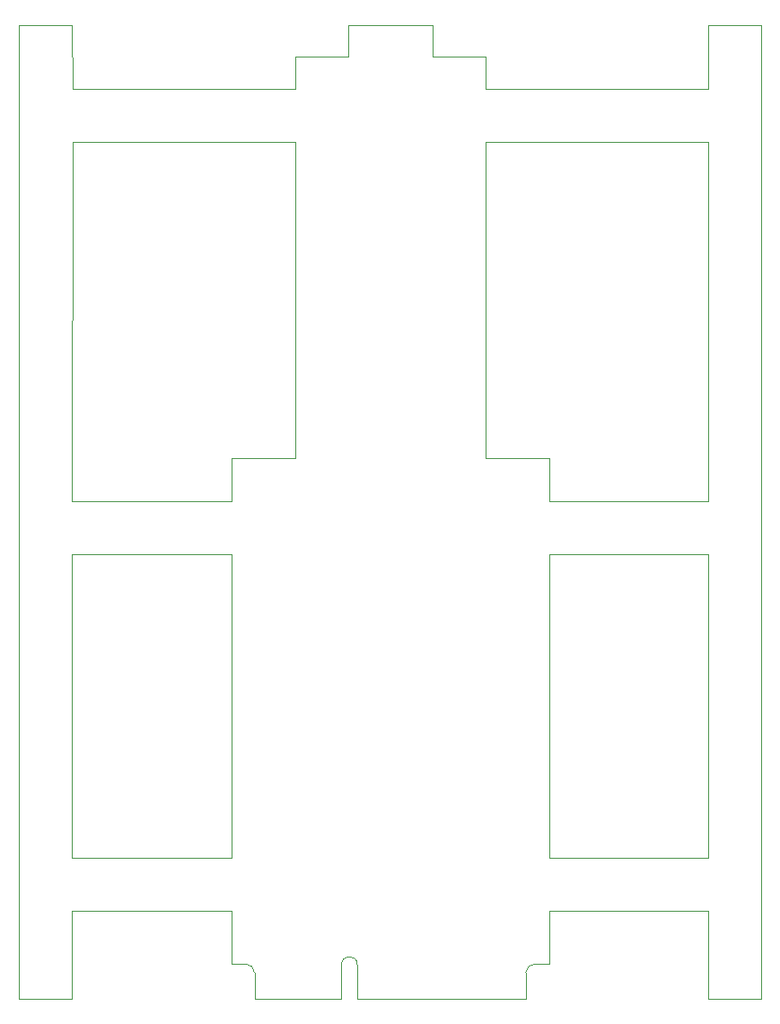
<source format=gm1>
%TF.GenerationSoftware,KiCad,Pcbnew,7.0.11-2.fc39*%
%TF.CreationDate,2024-03-17T16:29:44+01:00*%
%TF.ProjectId,mini-pcie-m.2-key-m-adapter,6d696e69-2d70-4636-9965-2d6d2e322d6b,rev?*%
%TF.SameCoordinates,Original*%
%TF.FileFunction,Profile,NP*%
%FSLAX46Y46*%
G04 Gerber Fmt 4.6, Leading zero omitted, Abs format (unit mm)*
G04 Created by KiCad (PCBNEW 7.0.11-2.fc39) date 2024-03-17 16:29:44*
%MOMM*%
%LPD*%
G01*
G04 APERTURE LIST*
%TA.AperFunction,Profile*%
%ADD10C,0.100000*%
%TD*%
%TA.AperFunction,Profile*%
%ADD11C,0.050000*%
%TD*%
G04 APERTURE END LIST*
D10*
X48850001Y-71699998D02*
X33850000Y-71700000D01*
X48850000Y-66700000D02*
X33850000Y-66700000D01*
X78850000Y-66700000D02*
X93850000Y-66700000D01*
X48850000Y-38050000D02*
X33849999Y-38050002D01*
X48850000Y-33050000D02*
X33850000Y-33050000D01*
X33850000Y11825000D02*
X33875000Y5825000D01*
X93875000Y5825000D02*
X93850000Y11825000D01*
X54875000Y825000D02*
X33875000Y825000D01*
X54875000Y5825000D02*
X33875000Y5825000D01*
X72875000Y825000D02*
X93875000Y825000D01*
X72875000Y5825000D02*
X93875000Y5825000D01*
X72875000Y8825000D02*
X72875000Y5825000D01*
X54875000Y8825000D02*
X54875000Y5825000D01*
X54875000Y-29050000D02*
X52850000Y-29050000D01*
X72875000Y-29050000D02*
X74850000Y-29050000D01*
X59875000Y8825000D02*
X54875000Y8825000D01*
X59875000Y11825000D02*
X59875000Y8825000D01*
X67875000Y8825000D02*
X72875000Y8825000D01*
X67875000Y11825000D02*
X67875000Y8825000D01*
X33850000Y11825000D02*
X28850000Y11825000D01*
X78850000Y-76700000D02*
X78850000Y-71700000D01*
X33850000Y-33050000D02*
X33875000Y825000D01*
X78850000Y-71700000D02*
X93850000Y-71700000D01*
X78850000Y-66700000D02*
X78850000Y-38050000D01*
X33850000Y-80000000D02*
X28850000Y-80000000D01*
X48850000Y-33050000D02*
X48850000Y-29050000D01*
X48850000Y-71700000D02*
X48850000Y-76700000D01*
X28850000Y-80000000D02*
X28850000Y11825000D01*
X78850000Y-38050000D02*
X93850000Y-38050000D01*
X93850000Y-66700000D02*
X93850000Y-38050000D01*
X78850000Y-33050000D02*
X78850000Y-29050000D01*
X33849999Y-38050002D02*
X33850000Y-66700000D01*
X93850000Y11825000D02*
X98850000Y11824999D01*
X72875000Y825000D02*
X72875000Y-29050000D01*
X48850000Y-38050000D02*
X48850000Y-66700000D01*
X78850000Y-33050000D02*
X93850000Y-33050000D01*
X98850000Y11824999D02*
X98850000Y-80000000D01*
X33850000Y-71700000D02*
X33850000Y-80000000D01*
X93850000Y-80000000D02*
X98850000Y-80000000D01*
X67875000Y11825000D02*
X59875000Y11825000D01*
X54875000Y-29050000D02*
X54875000Y825000D01*
X93850000Y-33050000D02*
X93875000Y825000D01*
X93850000Y-71700000D02*
X93850000Y-80000000D01*
D11*
%TO.C,J1*%
X48850000Y-29050000D02*
X52850000Y-29050000D01*
X48850000Y-76700000D02*
X50250000Y-76700000D01*
X51050000Y-80000000D02*
X51050000Y-77500000D01*
X59250000Y-80000000D02*
X51050000Y-80000000D01*
X59250000Y-80000000D02*
X59250000Y-76750000D01*
X60750000Y-80000000D02*
X60750000Y-76750000D01*
X60750000Y-80000000D02*
X76650000Y-80000000D01*
X74850000Y-29050000D02*
X78850000Y-29050000D01*
X76650000Y-80000000D02*
X76650000Y-77500000D01*
X77450000Y-76700000D02*
X78850000Y-76700000D01*
X51050000Y-77500000D02*
G75*
G03*
X50250000Y-76700000I-800001J-1D01*
G01*
X60750000Y-76750000D02*
G75*
G03*
X59250000Y-76750000I-750000J0D01*
G01*
X77450000Y-76700000D02*
G75*
G03*
X76650000Y-77500000I0J-800000D01*
G01*
%TD*%
M02*

</source>
